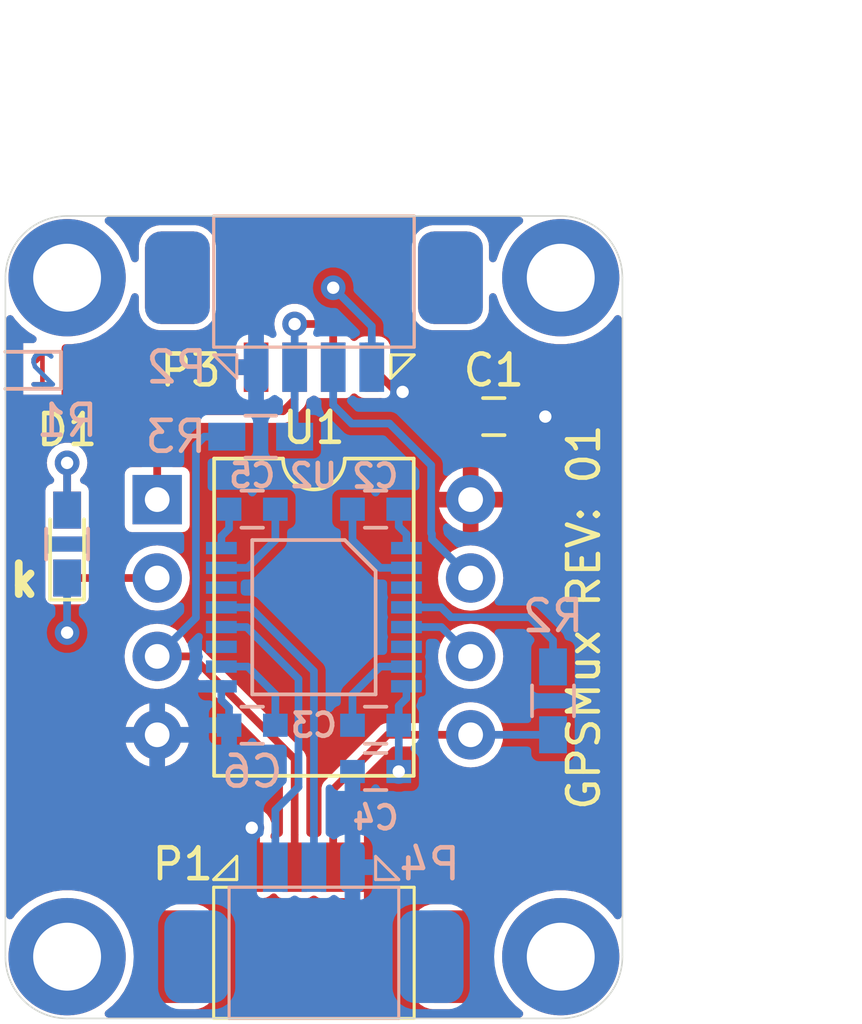
<source format=kicad_pcb>
(kicad_pcb (version 20240108) (generator "pcbnew") (generator_version "8.0")
  (title_block (title "GPSMux") (date "2021-05-12") (rev "01") (company "TuX's Design"))
  (layers (0 "F.Cu" signal) (31 "B.Cu" signal) (34 "B.Paste" user) (35 "F.Paste" user) (36 "B.SilkS" user "B.Silkscreen") (37 "F.SilkS" user "F.Silkscreen") (38 "B.Mask" user) (39 "F.Mask" user) (44 "Edge.Cuts" user))
  (net 0 "")
  (net 1 "GND")
  (net 2 "+3.3V")
  (net 3 "Net-(C2-Pad2)")
  (net 4 "Net-(C2-Pad1)")
  (net 5 "Net-(C3-Pad1)")
  (net 6 "Net-(C5-Pad1)")
  (net 7 "Net-(C5-Pad2)")
  (net 8 "Net-(C6-Pad2)")
  (net 9 "Net-(D1-Pad2)")
  (net 10 "Net-(D1-Pad1)")
  (net 11 "I2C_SCL")
  (net 12 "I2C_SDA")
  (net 13 "RX1")
  (net 14 "RX2")
  (net 15 "TX")
  (net 16 "TX_232")
  (net 17 "RX_232")
  (net 18 "RX")
  (net 19 "TX_GPS")
  (footprint "molex:53261-0471" (layer "F.Cu") (at 133 64 180)
    (property "Reference" "P1" (at 4.25 3 180) (layer "F.SilkS"))
    (property "Value" "ICSP")
    (fp_line (start 3.25 2.25) (end -3.25 2.25) (stroke (width 0.1)) (layer "F.SilkS"))
    (fp_line (start 3.25 -2) (end 3.25 2.25) (stroke (width 0.1)) (layer "F.SilkS"))
    (fp_line (start 2.5 3.25) (end 3.25 2.5) (stroke (width 0.1)) (layer "F.SilkS"))
    (fp_line (start 2.5 2.5) (end 3.25 2.5) (stroke (width 0.1)) (layer "F.SilkS"))
    (fp_line (start 2.5 2.5) (end 2.5 3.25) (stroke (width 0.1)) (layer "F.SilkS"))
    (fp_line (start -3.25 2.25) (end -3.25 -2) (stroke (width 0.1)) (layer "F.SilkS"))
    (fp_line (start -3.25 -2) (end 3.25 -2) (stroke (width 0.1)) (layer "F.SilkS"))
    (pad "" connect roundrect (at -4.425 0 180) (size 2.1 3) (layers "F.Cu" "F.Mask"))
    (pad "" connect roundrect (at 4.425 0 180) (size 2.1 3) (layers "F.Cu" "F.Mask"))
    (pad "1" connect roundrect (at 1.875 2.9 180) (size 0.8 1.6) (layers "F.Cu" "F.Mask") (net 1 "GND"))
    (pad "2" connect rect (at 0.625 2.9 180) (size 0.8 1.6) (layers "F.Cu" "F.Mask") (net 11 "I2C_SCL"))
    (pad "3" connect rect (at -0.625 2.9 180) (size 0.8 1.6) (layers "F.Cu" "F.Mask") (net 12 "I2C_SDA"))
    (pad "4" connect rect (at -1.875 2.9 180) (size 0.8 1.6) (layers "F.Cu" "F.Mask") (net 2 "+3.3V"))
  )
  (footprint "LEDs:LED_0603_HandSoldering" (layer "F.Cu") (at 125 50.63 90)
    (property "Reference" "D1" (at 3.7 0 0) (layer "F.SilkS"))
    (property "Value" " LY Q396 " (hide yes))
    (fp_line (start -1.8 -0.55) (end 0.8 -0.55) (stroke (width 0.12)) (layer "F.SilkS"))
    (fp_line (start -1.8 -0.55) (end -1.8 0.55) (stroke (width 0.12)) (layer "F.SilkS"))
    (fp_line (start -1.8 0.55) (end 0.8 0.55) (stroke (width 0.12)) (layer "F.SilkS"))
    (pad "1" smd rect (at -1.1 0 90) (size 1.2 0.9) (layers "F.Cu" "F.Paste" "F.Mask") (net 10 "Net-(D1-Pad1)"))
    (pad "2" smd rect (at 1.1 0 90) (size 1.2 0.9) (layers "F.Cu" "F.Paste" "F.Mask") (net 9 "Net-(D1-Pad2)"))
  )
  (footprint "Housings_DIP:DIP-8_W10.16mm" (layer "F.Cu") (at 133 53)
    (property "Reference" "U1" (at 0 -6.14 0) (layer "F.SilkS"))
    (property "Value" "CY8C27143-24PXI" (hide yes))
    (fp_line (start -3.235 -5.14) (end -3.235 5.14) (stroke (width 0.12)) (layer "F.SilkS"))
    (fp_line (start -3.235 5.14) (end 3.235 5.14) (stroke (width 0.12)) (layer "F.SilkS"))
    (fp_line (start -1 -5.14) (end -3.235 -5.14) (stroke (width 0.12)) (layer "F.SilkS"))
    (fp_line (start 3.235 -5.14) (end 1 -5.14) (stroke (width 0.12)) (layer "F.SilkS"))
    (fp_line (start 3.235 5.14) (end 3.235 -5.14) (stroke (width 0.12)) (layer "F.SilkS"))
    (fp_arc (start 1 -5.14) (mid 0 -4.14) (end -1 -5.14) (stroke (width 0.12)) (layer "F.SilkS"))
    (pad "1" thru_hole rect (at -5.08 -3.81) (size 1.6 1.6) (drill 0.8) (layers "*.Cu" "*.Mask") (net 14 "RX2"))
    (pad "2" thru_hole oval (at -5.08 -1.27) (size 1.6 1.6) (drill 0.8) (layers "*.Cu" "*.Mask") (net 10 "Net-(D1-Pad1)"))
    (pad "3" thru_hole oval (at -5.08 1.27) (size 1.6 1.6) (drill 0.8) (layers "*.Cu" "*.Mask") (net 11 "I2C_SCL"))
    (pad "4" thru_hole oval (at -5.08 3.81) (size 1.6 1.6) (drill 0.8) (layers "*.Cu" "*.Mask") (net 1 "GND"))
    (pad "5" thru_hole oval (at 5.08 3.81) (size 1.6 1.6) (drill 0.8) (layers "*.Cu" "*.Mask") (net 12 "I2C_SDA"))
    (pad "6" thru_hole oval (at 5.08 1.27) (size 1.6 1.6) (drill 0.8) (layers "*.Cu" "*.Mask") (net 15 "TX"))
    (pad "7" thru_hole oval (at 5.08 -1.27) (size 1.6 1.6) (drill 0.8) (layers "*.Cu" "*.Mask") (net 13 "RX1"))
    (pad "8" thru_hole oval (at 5.08 -3.81) (size 1.6 1.6) (drill 0.8) (layers "*.Cu" "*.Mask") (net 2 "+3.3V"))
  )
  (footprint "Mounting_Holes:MountingHole_2.2mm_M2_DIN965_Pad" (layer "F.Cu") (at 125 64)
    (property "Reference" "REF**" (hide yes))
    (property "Value" "MountingHole_2.2mm_M2_DIN965_Pad" (hide yes))
    (pad "1" thru_hole circle (at 0 0) (size 3.8 3.8) (drill 2.2) (layers "*.Cu" "*.Mask"))
  )
  (footprint "Mounting_Holes:MountingHole_2.2mm_M2_DIN965_Pad" (layer "F.Cu") (at 141 64)
    (property "Reference" "REF**" (hide yes))
    (property "Value" "MountingHole_2.2mm_M2_DIN965_Pad" (hide yes))
    (pad "1" thru_hole circle (at 0 0) (size 3.8 3.8) (drill 2.2) (layers "*.Cu" "*.Mask"))
  )
  (footprint "Mounting_Holes:MountingHole_2.2mm_M2_DIN965_Pad" (layer "F.Cu") (at 141 42)
    (property "Reference" "REF**" (hide yes))
    (property "Value" "MountingHole_2.2mm_M2_DIN965_Pad" (hide yes))
    (pad "1" thru_hole circle (at 0 0) (size 3.8 3.8) (drill 2.2) (layers "*.Cu" "*.Mask"))
  )
  (footprint "Mounting_Holes:MountingHole_2.2mm_M2_DIN965_Pad" (layer "F.Cu") (at 125 42)
    (property "Reference" "REF**" (hide yes))
    (property "Value" "MountingHole_2.2mm_M2_DIN965_Pad" (hide yes))
    (pad "1" thru_hole circle (at 0 0) (size 3.8 3.8) (drill 2.2) (layers "*.Cu" "*.Mask"))
  )
  (footprint "Capacitors_SMD:C_0603" (layer "F.Cu") (at 138.83 46.5)
    (property "Reference" "C1" (at 0 -1.5 0) (layer "F.SilkS"))
    (property "Value" "100nF" (hide yes))
    (fp_line (start -0.35 -0.6) (end 0.35 -0.6) (stroke (width 0.12)) (layer "F.SilkS"))
    (fp_line (start 0.35 0.6) (end -0.35 0.6) (stroke (width 0.12)) (layer "F.SilkS"))
    (pad "1" smd rect (at -0.75 0) (size 0.8 0.75) (layers "F.Cu" "F.Paste" "F.Mask") (net 2 "+3.3V"))
    (pad "2" smd rect (at 0.75 0) (size 0.8 0.75) (layers "F.Cu" "F.Paste" "F.Mask") (net 1 "GND"))
  )
  (footprint "molex:53261-0471" (layer "F.Cu") (at 133 42)
    (property "Reference" "P3" (at -4 3 0) (layer "F.SilkS"))
    (property "Value" "GPS2")
    (fp_line (start -3.25 -2) (end 3.25 -2) (stroke (width 0.1)) (layer "F.SilkS"))
    (fp_line (start -3.25 2.25) (end -3.25 -2) (stroke (width 0.1)) (layer "F.SilkS"))
    (fp_line (start 2.5 2.5) (end 2.5 3.25) (stroke (width 0.1)) (layer "F.SilkS"))
    (fp_line (start 2.5 2.5) (end 3.25 2.5) (stroke (width 0.1)) (layer "F.SilkS"))
    (fp_line (start 2.5 3.25) (end 3.25 2.5) (stroke (width 0.1)) (layer "F.SilkS"))
    (fp_line (start 3.25 -2) (end 3.25 2.25) (stroke (width 0.1)) (layer "F.SilkS"))
    (fp_line (start 3.25 2.25) (end -3.25 2.25) (stroke (width 0.1)) (layer "F.SilkS"))
    (pad "" connect roundrect (at -4.425 0) (size 2.1 3) (layers "F.Cu" "F.Mask"))
    (pad "" connect roundrect (at 4.425 0) (size 2.1 3) (layers "F.Cu" "F.Mask"))
    (pad "1" connect roundrect (at 1.875 2.9) (size 0.8 1.6) (layers "F.Cu" "F.Mask") (net 1 "GND"))
    (pad "2" connect rect (at 0.625 2.9) (size 0.8 1.6) (layers "F.Cu" "F.Mask") (net 19 "TX_GPS"))
    (pad "3" connect rect (at -0.625 2.9) (size 0.8 1.6) (layers "F.Cu" "F.Mask") (net 14 "RX2"))
    (pad "4" connect rect (at -1.875 2.9) (size 0.8 1.6) (layers "F.Cu" "F.Mask") (net 2 "+3.3V"))
  )
  (footprint "analog:QSOP16" (layer "B.Cu") (at 133 53 -90)
    (property "Reference" "U2" (at -4.5876 0.0183 180) (layer "B.SilkS") (effects (font (size 0.75 0.75)) (justify mirror)))
    (property "Value" "ADM3101EARQZ " (hide yes))
    (fp_line (start -2.5 2) (end 2.5 2) (stroke (width 0.12)) (layer "B.SilkS"))
    (fp_line (start 2.5 2) (end 2.5 -2) (stroke (width 0.12)) (layer "B.SilkS"))
    (fp_line (start -2.5 -1) (end -2.5 2) (stroke (width 0.12)) (layer "B.SilkS"))
    (fp_line (start -1.5 -2) (end -2.5 -1) (stroke (width 0.12)) (layer "B.SilkS"))
    (fp_line (start 2.5 -2) (end -1.5 -2) (stroke (width 0.12)) (layer "B.SilkS"))
    (pad "1" smd rect (at -2.24 -3 270) (size 0.4 1) (layers "B.Cu" "B.Paste" "B.Mask") (net 4 "Net-(C2-Pad1)"))
    (pad "2" smd rect (at -1.6 -3 270) (size 0.4 1) (layers "B.Cu" "B.Paste" "B.Mask") (net 3 "Net-(C2-Pad2)"))
    (pad "3" smd rect (at -0.96 -3 270) (size 0.4 1) (layers "B.Cu" "B.Paste" "B.Mask"))
    (pad "4" smd rect (at -0.32 -3 270) (size 0.4 1) (layers "B.Cu" "B.Paste" "B.Mask") (net 18 "RX"))
    (pad "5" smd rect (at 0.32 -3 270) (size 0.4 1) (layers "B.Cu" "B.Paste" "B.Mask") (net 15 "TX"))
    (pad "6" smd rect (at 0.96 -3 270) (size 0.4 1) (layers "B.Cu" "B.Paste" "B.Mask"))
    (pad "7" smd rect (at 1.6 -3 270) (size 0.4 1) (layers "B.Cu" "B.Paste" "B.Mask") (net 5 "Net-(C3-Pad1)"))
    (pad "8" smd rect (at 2.24 -3 270) (size 0.4 1) (layers "B.Cu" "B.Paste" "B.Mask") (net 2 "+3.3V"))
    (pad "9" smd rect (at 2.24 3 270) (size 0.4 1) (layers "B.Cu" "B.Paste" "B.Mask") (net 1 "GND"))
    (pad "10" smd rect (at 1.6 3 270) (size 0.4 1) (layers "B.Cu" "B.Paste" "B.Mask") (net 8 "Net-(C6-Pad2)"))
    (pad "11" smd rect (at 0.96 3 270) (size 0.4 1) (layers "B.Cu" "B.Paste" "B.Mask"))
    (pad "12" smd rect (at 0.32 3 270) (size 0.4 1) (layers "B.Cu" "B.Paste" "B.Mask") (net 16 "TX_232"))
    (pad "13" smd rect (at -0.32 3 270) (size 0.4 1) (layers "B.Cu" "B.Paste" "B.Mask") (net 17 "RX_232"))
    (pad "14" smd rect (at -0.96 3 270) (size 0.4 1) (layers "B.Cu" "B.Paste" "B.Mask"))
    (pad "15" smd rect (at -1.6 3 270) (size 0.4 1) (layers "B.Cu" "B.Paste" "B.Mask") (net 7 "Net-(C5-Pad2)"))
    (pad "16" smd rect (at -2.24 3 270) (size 0.4 1) (layers "B.Cu" "B.Paste" "B.Mask") (net 6 "Net-(C5-Pad1)"))
  )
  (footprint "Capacitors_SMD:C_0603" (layer "B.Cu") (at 135 49.5 180)
    (property "Reference" "C2" (at 0.0117 1.0749 0) (layer "B.SilkS") (effects (font (size 0.75 0.75)) (justify mirror)))
    (property "Value" "100nF" (hide yes))
    (fp_line (start 0.35 -0.6) (end -0.35 -0.6) (stroke (width 0.12)) (layer "B.SilkS"))
    (fp_line (start -0.35 0.6) (end 0.35 0.6) (stroke (width 0.12)) (layer "B.SilkS"))
    (pad "1" smd rect (at -0.75 0 180) (size 0.8 0.75) (layers "B.Cu" "B.Paste" "B.Mask") (net 4 "Net-(C2-Pad1)"))
    (pad "2" smd rect (at 0.75 0 180) (size 0.8 0.75) (layers "B.Cu" "B.Paste" "B.Mask") (net 3 "Net-(C2-Pad2)"))
  )
  (footprint "Capacitors_SMD:C_0603" (layer "B.Cu") (at 131 49.5)
    (property "Reference" "C5" (at 0 -1.0876 0) (layer "B.SilkS") (effects (font (size 0.75 0.75)) (justify mirror)))
    (property "Value" "100nF" (hide yes))
    (fp_line (start -0.35 0.6) (end 0.35 0.6) (stroke (width 0.12)) (layer "B.SilkS"))
    (fp_line (start 0.35 -0.6) (end -0.35 -0.6) (stroke (width 0.12)) (layer "B.SilkS"))
    (pad "1" smd rect (at -0.75 0) (size 0.8 0.75) (layers "B.Cu" "B.Paste" "B.Mask") (net 6 "Net-(C5-Pad1)"))
    (pad "2" smd rect (at 0.75 0) (size 0.8 0.75) (layers "B.Cu" "B.Paste" "B.Mask") (net 7 "Net-(C5-Pad2)"))
  )
  (footprint "Capacitors_SMD:C_0603" (layer "B.Cu") (at 131 56.5)
    (property "Reference" "C6" (at 0 1.5 0) (layer "B.SilkS") (effects (justify mirror)))
    (property "Value" "100nF" (hide yes))
    (fp_line (start -0.35 0.6) (end 0.35 0.6) (stroke (width 0.12)) (layer "B.SilkS"))
    (fp_line (start 0.35 -0.6) (end -0.35 -0.6) (stroke (width 0.12)) (layer "B.SilkS"))
    (pad "1" smd rect (at -0.75 0) (size 0.8 0.75) (layers "B.Cu" "B.Paste" "B.Mask") (net 1 "GND"))
    (pad "2" smd rect (at 0.75 0) (size 0.8 0.75) (layers "B.Cu" "B.Paste" "B.Mask") (net 8 "Net-(C6-Pad2)"))
  )
  (footprint "Capacitors_SMD:C_0603" (layer "B.Cu") (at 135 56.5)
    (property "Reference" "C3" (at -2 0 0) (layer "B.SilkS") (effects (font (size 0.75 0.75)) (justify mirror)))
    (property "Value" "100nF" (hide yes))
    (fp_line (start -0.35 0.6) (end 0.35 0.6) (stroke (width 0.12)) (layer "B.SilkS"))
    (fp_line (start 0.35 -0.6) (end -0.35 -0.6) (stroke (width 0.12)) (layer "B.SilkS"))
    (pad "1" smd rect (at -0.75 0) (size 0.8 0.75) (layers "B.Cu" "B.Paste" "B.Mask") (net 5 "Net-(C3-Pad1)"))
    (pad "2" smd rect (at 0.75 0) (size 0.8 0.75) (layers "B.Cu" "B.Paste" "B.Mask") (net 2 "+3.3V"))
  )
  (footprint "Capacitors_SMD:C_0603" (layer "B.Cu") (at 135 58 180)
    (property "Reference" "C4" (at 0 -1.5 180) (layer "B.SilkS") (effects (font (size 0.75 0.75)) (justify mirror)))
    (property "Value" "100nF" (hide yes))
    (fp_line (start 0.35 -0.6) (end -0.35 -0.6) (stroke (width 0.12)) (layer "B.SilkS"))
    (fp_line (start -0.35 0.6) (end 0.35 0.6) (stroke (width 0.12)) (layer "B.SilkS"))
    (pad "1" smd rect (at -0.75 0 180) (size 0.8 0.75) (layers "B.Cu" "B.Paste" "B.Mask") (net 2 "+3.3V"))
    (pad "2" smd rect (at 0.75 0 180) (size 0.8 0.75) (layers "B.Cu" "B.Paste" "B.Mask") (net 1 "GND"))
  )
  (footprint "molex:53261-0371" (layer "B.Cu") (at 133 64)
    (property "Reference" "P4" (at 3.75 -3 0) (layer "B.SilkS") (effects (justify mirror)))
    (property "Value" "LLU")
    (fp_line (start -2.75 -2.25) (end 2.75 -2.25) (stroke (width 0.1)) (layer "B.SilkS"))
    (fp_line (start -2.75 2) (end -2.75 -2.25) (stroke (width 0.1)) (layer "B.SilkS"))
    (fp_line (start 2 -3.25) (end 2.75 -2.5) (stroke (width 0.1)) (layer "B.SilkS"))
    (fp_line (start 2 -2.5) (end 2 -3.25) (stroke (width 0.1)) (layer "B.SilkS"))
    (fp_line (start 2.75 -2.5) (end 2 -2.5) (stroke (width 0.1)) (layer "B.SilkS"))
    (fp_line (start 2.75 -2.25) (end 2.75 2) (stroke (width 0.1)) (layer "B.SilkS"))
    (fp_line (start 2.75 2) (end -2.75 2) (stroke (width 0.1)) (layer "B.SilkS"))
    (pad "" connect roundrect (at -3.8 0) (size 2.1 3) (layers "B.Cu" "B.Mask"))
    (pad "" connect roundrect (at 3.8 0) (size 2.1 3) (layers "B.Cu" "B.Mask"))
    (pad "1" smd roundrect (at 1.25 -2.9) (size 0.8 1.6) (layers "B.Cu" "B.Paste" "B.Mask") (net 1 "GND"))
    (pad "2" smd rect (at 0 -2.9) (size 0.8 1.6) (layers "B.Cu" "B.Paste" "B.Mask") (net 17 "RX_232"))
    (pad "3" smd rect (at -1.25 -2.9) (size 0.8 1.6) (layers "B.Cu" "B.Paste" "B.Mask") (net 16 "TX_232"))
  )
  (footprint "Resistors_SMD:R_0603_HandSoldering" (layer "B.Cu") (at 140.75 55.71 90)
    (property "Reference" "R2" (at 2.75 0 180) (layer "B.SilkS") (effects (justify mirror)))
    (property "Value" "0R" (hide yes))
    (fp_line (start 0.5 -0.68) (end -0.5 -0.68) (stroke (width 0.12)) (layer "B.SilkS"))
    (fp_line (start -0.5 0.68) (end 0.5 0.68) (stroke (width 0.12)) (layer "B.SilkS"))
    (pad "1" smd rect (at -1.1 0 90) (size 1.2 0.9) (layers "B.Cu" "B.Paste" "B.Mask") (net 12 "I2C_SDA"))
    (pad "2" smd rect (at 1.1 0 90) (size 1.2 0.9) (layers "B.Cu" "B.Paste" "B.Mask") (net 18 "RX"))
  )
  (footprint "molex:53261-0471" (layer "B.Cu") (at 133 42 180)
    (property "Reference" "P2" (at 4.45 -2.9 0) (layer "B.SilkS") (effects (justify mirror)))
    (property "Value" "GPS1")
    (fp_line (start 3.25 2) (end 3.25 -2.25) (stroke (width 0.1)) (layer "B.SilkS"))
    (fp_line (start 3.25 -2.25) (end -3.25 -2.25) (stroke (width 0.1)) (layer "B.SilkS"))
    (fp_line (start 2.5 -2.5) (end 3.25 -2.5) (stroke (width 0.1)) (layer "B.SilkS"))
    (fp_line (start 2.5 -2.5) (end 2.5 -3.25) (stroke (width 0.1)) (layer "B.SilkS"))
    (fp_line (start 2.5 -3.25) (end 3.25 -2.5) (stroke (width 0.1)) (layer "B.SilkS"))
    (fp_line (start -3.25 2) (end 3.25 2) (stroke (width 0.1)) (layer "B.SilkS"))
    (fp_line (start -3.25 -2.25) (end -3.25 2) (stroke (width 0.1)) (layer "B.SilkS"))
    (pad "" connect roundrect (at -4.425 0 180) (size 2.1 3) (layers "B.Cu" "B.Mask"))
    (pad "" connect roundrect (at 4.425 0 180) (size 2.1 3) (layers "B.Cu" "B.Mask"))
    (pad "1" connect roundrect (at 1.875 -2.9 180) (size 0.8 1.6) (layers "B.Cu" "B.Mask") (net 1 "GND"))
    (pad "2" connect rect (at 0.625 -2.9 180) (size 0.8 1.6) (layers "B.Cu" "B.Mask") (net 19 "TX_GPS"))
    (pad "3" connect rect (at -0.625 -2.9 180) (size 0.8 1.6) (layers "B.Cu" "B.Mask") (net 13 "RX1"))
    (pad "4" connect rect (at -1.875 -2.9 180) (size 0.8 1.6) (layers "B.Cu" "B.Mask") (net 2 "+3.3V"))
  )
  (footprint "Resistors_SMD:R_0603_HandSoldering" (layer "B.Cu") (at 125 50.63 -90)
    (property "Reference" "R1" (at -4 0 0) (layer "B.SilkS") (effects (justify mirror)))
    (property "Value" "120R" (hide yes))
    (fp_line (start -0.5 0.68) (end 0.5 0.68) (stroke (width 0.12)) (layer "B.SilkS"))
    (fp_line (start 0.5 -0.68) (end -0.5 -0.68) (stroke (width 0.12)) (layer "B.SilkS"))
    (pad "1" smd rect (at -1.1 0 270) (size 1.2 0.9) (layers "B.Cu" "B.Paste" "B.Mask") (net 9 "Net-(D1-Pad2)"))
    (pad "2" smd rect (at 1.1 0 270) (size 1.2 0.9) (layers "B.Cu" "B.Paste" "B.Mask") (net 2 "+3.3V"))
  )
  (footprint "Resistors_SMD:R_0603_HandSoldering" (layer "B.Cu") (at 131.275 47.15 180)
    (property "Reference" "R3" (at 2.75 0 0) (layer "B.SilkS") (effects (justify mirror)))
    (property "Value" "0R" (hide yes))
    (fp_line (start 0.5 -0.68) (end -0.5 -0.68) (stroke (width 0.12)) (layer "B.SilkS"))
    (fp_line (start -0.5 0.68) (end 0.5 0.68) (stroke (width 0.12)) (layer "B.SilkS"))
    (pad "1" smd rect (at -1.1 0 180) (size 1.2 0.9) (layers "B.Cu" "B.Paste" "B.Mask") (net 19 "TX_GPS"))
    (pad "2" smd rect (at 1.1 0 180) (size 1.2 0.9) (layers "B.Cu" "B.Paste" "B.Mask") (net 11 "I2C_SCL"))
  )
  (gr_line (start 123 45.6) (end 124.8 45.6) (stroke (width 0.12)) (layer "B.SilkS"))
  (gr_line (start 124.8 45.6) (end 124.8 44.4) (stroke (width 0.12)) (layer "B.SilkS"))
  (gr_line (start 124.8 44.4) (end 123 44.4) (stroke (width 0.12)) (layer "B.SilkS"))
  (gr_line (start 124.8 45.6) (end 124.8 44.4) (stroke (width 0.12)) (layer "F.SilkS"))
  (gr_line (start 124.8 44.4) (end 123 44.4) (stroke (width 0.12)) (layer "F.SilkS"))
  (gr_line (start 123 45.6) (end 124.8 45.6) (stroke (width 0.12)) (layer "F.SilkS"))
  (gr_arc (start 123 42) (mid 123.585786 40.585786) (end 125 40) (stroke (width 0.05)) (layer "Edge.Cuts"))
  (gr_line (start 143 42) (end 143 64) (stroke (width 0.05)) (layer "Edge.Cuts"))
  (gr_arc (start 141 40) (mid 142.414214 40.585786) (end 143 42) (stroke (width 0.05)) (layer "Edge.Cuts"))
  (gr_line (start 141 66) (end 125 66) (stroke (width 0.05)) (layer "Edge.Cuts"))
  (gr_arc (start 143 64) (mid 142.414214 65.414214) (end 141 66) (stroke (width 0.05)) (layer "Edge.Cuts"))
  (gr_line (start 123 64) (end 123 42) (stroke (width 0.05)) (layer "Edge.Cuts"))
  (gr_line (start 125 40) (end 141 40) (stroke (width 0.05)) (layer "Edge.Cuts"))
  (gr_arc (start 125 66) (mid 123.585786 65.414214) (end 123 64) (stroke (width 0.05)) (layer "Edge.Cuts"))
  (gr_text "1" (at 124.2 45 0) (layer "F.Cu") (effects (font (size 1 1))))
  (gr_text "2" (at 124.2 45 0) (layer "B.Cu") (effects (font (size 1 1)) (justify mirror)))
  (gr_text "GPSMux REV: 01" (at 141.75 53 90) (layer "F.SilkS") (effects (font (size 1 1))))
  (gr_text "k" (at 123.6 51.8 0) (layer "F.SilkS") (effects (font (size 1 1) (thickness 0.25))))
  (segment (start 135.875002 45.7) (end 135.675 45.7) (width 0.25) (layer "F.Cu") (net 1))
  (segment (start 135.675 45.7) (end 134.875 44.9) (width 0.25) (layer "F.Cu") (net 1))
  (segment (start 131.125 61.1) (end 131.125 59.962865) (width 0.25) (layer "F.Cu") (net 1))
  (segment (start 139.75 46.5) (end 140.5 46.5) (width 0.25) (layer "F.Cu") (net 1))
  (segment (start 131.125 59.962865) (end 130.985516 59.823381) (width 0.25) (layer "F.Cu") (net 1))
  (via (at 140.5 46.5) (size 0.8) (drill 0.4) (layers "F.Cu" "B.Cu") (net 1))
  (via (at 130.985516 59.823381) (size 0.8) (drill 0.4) (layers "F.Cu" "B.Cu") (net 1))
  (via (at 135.875002 45.7) (size 0.8) (drill 0.4) (layers "F.Cu" "B.Cu") (net 1))
  (segment (start 130.25 55.94) (end 130.25 56.5) (width 0.25) (layer "B.Cu") (net 1))
  (segment (start 130 55.24) (end 130 55.69) (width 0.25) (layer "B.Cu") (net 1))
  (segment (start 130 55.69) (end 130.25 55.94) (width 0.25) (layer "B.Cu") (net 1))
  (segment (start 138.08 48.05863) (end 138.08 46.5) (width 0.25) (layer "F.Cu") (net 2))
  (segment (start 138.08 49.19) (end 138.08 48.05863) (width 0.25) (layer "F.Cu") (net 2))
  (via (at 133.625 42.325) (size 0.8) (drill 0.4) (layers "F.Cu" "B.Cu") (net 2))
  (via (at 125 53.5) (size 0.8) (drill 0.4) (layers "F.Cu" "B.Cu") (net 2))
  (via (at 135.75 58) (size 0.8) (drill 0.4) (layers "F.Cu" "B.Cu") (net 2))
  (segment (start 135.75 58) (end 135.75 56.5) (width 0.25) (layer "B.Cu") (net 2))
  (segment (start 125 53.5) (end 125 51.73) (width 0.25) (layer "B.Cu") (net 2))
  (segment (start 134.875 43.575) (end 133.625 42.325) (width 0.25) (layer "B.Cu") (net 2))
  (segment (start 135.75 55.875) (end 136 55.625) (width 0.25) (layer "B.Cu") (net 2))
  (segment (start 135.75 56.5) (end 135.75 55.875) (width 0.25) (layer "B.Cu") (net 2))
  (segment (start 135.75 58) (end 135.75 58) (width 0.25) (layer "B.Cu") (net 2))
  (segment (start 134.875 44.9) (end 134.875 43.575) (width 0.25) (layer "B.Cu") (net 2))
  (segment (start 136 55.625) (end 136 55.24) (width 0.25) (layer "B.Cu") (net 2))
  (segment (start 135.5 51.4) (end 135.15 51.4) (width 0.25) (layer "B.Cu") (net 3))
  (segment (start 135.15 51.4) (end 134.25 50.5) (width 0.25) (layer "B.Cu") (net 3))
  (segment (start 134.25 50.5) (end 134.25 49.5) (width 0.25) (layer "B.Cu") (net 3))
  (segment (start 136 50.76) (end 136 50.31) (width 0.25) (layer "B.Cu") (net 4))
  (segment (start 136 50.31) (end 135.75 50.06) (width 0.25) (layer "B.Cu") (net 4))
  (segment (start 135.75 50.06) (end 135.75 49.5) (width 0.25) (layer "B.Cu") (net 4))
  (segment (start 135.15 54.6) (end 136 54.6) (width 0.25) (layer "B.Cu") (net 5))
  (segment (start 134.25 56.5) (end 134.25 55.5) (width 0.25) (layer "B.Cu") (net 5))
  (segment (start 134.25 55.5) (end 135.15 54.6) (width 0.25) (layer "B.Cu") (net 5))
  (segment (start 130.25 50.125) (end 130 50.375) (width 0.25) (layer "B.Cu") (net 6))
  (segment (start 130 50.375) (end 130 50.76) (width 0.25) (layer "B.Cu") (net 6))
  (segment (start 130.25 49.5) (end 130.25 50.125) (width 0.25) (layer "B.Cu") (net 6))
  (segment (start 130.85 51.4) (end 130 51.4) (width 0.25) (layer "B.Cu") (net 7))
  (segment (start 131.75 49.5) (end 131.75 50.5) (width 0.25) (layer "B.Cu") (net 7))
  (segment (start 131.75 50.5) (end 130.85 51.4) (width 0.25) (layer "B.Cu") (net 7))
  (segment (start 131.75 55.5) (end 130.85 54.6) (width 0.25) (layer "B.Cu") (net 8))
  (segment (start 131.75 56.5) (end 131.75 55.5) (width 0.25) (layer "B.Cu") (net 8))
  (segment (start 130.85 54.6) (end 130 54.6) (width 0.25) (layer "B.Cu") (net 8))
  (segment (start 125 49.4) (end 125 48.000056) (width 0.25) (layer "F.Cu") (net 9))
  (via (at 125 48.000056) (size 0.8) (drill 0.4) (layers "F.Cu" "B.Cu") (net 9))
  (segment (start 125 48.000056) (end 125 49.53) (width 0.25) (layer "B.Cu") (net 9))
  (segment (start 127.92 51.73) (end 126.23 51.73) (width 0.25) (layer "F.Cu") (net 10))
  (segment (start 126.23 51.73) (end 125 51.73) (width 0.25) (layer "F.Cu") (net 10))
  (segment (start 132.375 60.05) (end 132.375 61.1) (width 0.25) (layer "F.Cu") (net 11))
  (segment (start 127.92 54.27) (end 129.05137 54.27) (width 0.25) (layer "F.Cu") (net 11))
  (segment (start 129.05137 54.27) (end 132.375 57.59363) (width 0.25) (layer "F.Cu") (net 11))
  (segment (start 132.375 57.59363) (end 132.375 60.05) (width 0.25) (layer "F.Cu") (net 11))
  (segment (start 129.174999 53.015001) (end 129.174999 47.425001) (width 0.25) (layer "B.Cu") (net 11))
  (segment (start 129.174999 47.425001) (end 129.45 47.15) (width 0.25) (layer "B.Cu") (net 11))
  (segment (start 129.45 47.15) (end 130.175 47.15) (width 0.25) (layer "B.Cu") (net 11))
  (segment (start 127.92 54.27) (end 129.174999 53.015001) (width 0.25) (layer "B.Cu") (net 11))
  (segment (start 133.625 61.1) (end 133.625 58.575) (width 0.25) (layer "F.Cu") (net 12))
  (segment (start 133.625 58.575) (end 135.39 56.81) (width 0.25) (layer "F.Cu") (net 12))
  (segment (start 135.39 56.81) (end 138.08 56.81) (width 0.25) (layer "F.Cu") (net 12))
  (segment (start 140.75 56.81) (end 140.05 56.81) (width 0.25) (layer "B.Cu") (net 12))
  (segment (start 140.05 56.81) (end 138.08 56.81) (width 0.25) (layer "B.Cu") (net 12))
  (segment (start 136.825001 50.475001) (end 136.825001 50.299999) (width 0.25) (layer "B.Cu") (net 13))
  (segment (start 135.45 46.725) (end 134.225 46.725) (width 0.25) (layer "B.Cu") (net 13))
  (segment (start 133.625 46.125) (end 133.625 44.9) (width 0.25) (layer "B.Cu") (net 13))
  (segment (start 136.825001 50.299999) (end 136.8 50.274998) (width 0.25) (layer "B.Cu") (net 13))
  (segment (start 136.8 50.274998) (end 136.8 48.075) (width 0.25) (layer "B.Cu") (net 13))
  (segment (start 134.225 46.725) (end 133.625 46.125) (width 0.25) (layer "B.Cu") (net 13))
  (segment (start 138.08 51.73) (end 136.825001 50.475001) (width 0.25) (layer "B.Cu") (net 13))
  (segment (start 136.8 48.075) (end 135.45 46.725) (width 0.25) (layer "B.Cu") (net 13))
  (segment (start 129.1 46.325) (end 132 46.325) (width 0.25) (layer "F.Cu") (net 14))
  (segment (start 127.92 49.19) (end 127.92 47.505) (width 0.25) (layer "F.Cu") (net 14))
  (segment (start 127.92 47.505) (end 129.1 46.325) (width 0.25) (layer "F.Cu") (net 14))
  (segment (start 132 46.325) (end 132.375 45.95) (width 0.25) (layer "F.Cu") (net 14))
  (segment (start 132.375 45.95) (end 132.375 44.9) (width 0.25) (layer "F.Cu") (net 14))
  (segment (start 136 53.32) (end 137.13 53.32) (width 0.25) (layer "B.Cu") (net 15))
  (segment (start 137.13 53.32) (end 138.08 54.27) (width 0.25) (layer "B.Cu") (net 15))
  (segment (start 132.375 58.625) (end 132.5 58.5) (width 0.25) (layer "B.Cu") (net 16))
  (segment (start 132.5 55) (end 130.82 53.32) (width 0.25) (layer "B.Cu") (net 16))
  (segment (start 130.82 53.32) (end 130 53.32) (width 0.25) (layer "B.Cu") (net 16))
  (segment (start 131.75 61.1) (end 131.75 59.25) (width 0.25) (layer "B.Cu") (net 16))
  (segment (start 131.75 59.25) (end 132.5 58.5) (width 0.25) (layer "B.Cu") (net 16))
  (segment (start 132.5 58.5) (end 132.5 55) (width 0.25) (layer "B.Cu") (net 16))
  (segment (start 133 54.75) (end 130.93 52.68) (width 0.25) (layer "B.Cu") (net 17))
  (segment (start 130.93 52.68) (end 130 52.68) (width 0.25) (layer "B.Cu") (net 17))
  (segment (start 133 61.1) (end 133 54.75) (width 0.25) (layer "B.Cu") (net 17))
  (segment (start 137.126411 52.68) (end 137.446411 53) (width 0.25) (layer "B.Cu") (net 18))
  (segment (start 140.75 53.75) (end 140.75 54.65) (width 0.25) (layer "B.Cu") (net 18))
  (segment (start 137.446411 53) (end 140 53) (width 0.25) (layer "B.Cu") (net 18))
  (segment (start 140 53) (end 140.75 53.75) (width 0.25) (layer "B.Cu") (net 18))
  (segment (start 136 52.68) (end 137.126411 52.68) (width 0.25) (layer "B.Cu") (net 18))
  (segment (start 133.449998 43.499998) (end 133.625 43.675) (width 0.25) (layer "F.Cu") (net 19))
  (segment (start 133.625 43.675) (end 133.625 44.9) (width 0.25) (layer "F.Cu") (net 19))
  (segment (start 132.375 43.499998) (end 133.449998 43.499998) (width 0.25) (layer "F.Cu") (net 19))
  (via (at 132.375 43.499998) (size 0.8) (drill 0.4) (layers "F.Cu" "B.Cu") (net 19))
  (segment (start 132.375 47.15) (end 132.375 44.9) (width 0.25) (layer "B.Cu") (net 19))
  (segment (start 132.375 44.9) (end 132.375 43.499998) (width 0.25) (layer "B.Cu") (net 19))
  (zone (net 2) (net_name "+3.3V") (layer "F.Cu") (connect_pads (clearance 0.254)) (min_thickness 0.254) (fill yes (thermal_gap 0.254) (thermal_bridge_width 0.508))
    (polygon (pts (xy 123 40) (xy 123 66) (xy 143 66) (xy 143 40)))
  )
  (zone (net 1) (net_name "GND") (layer "B.Cu") (connect_pads (clearance 0.254)) (min_thickness 0.254) (fill yes (thermal_gap 0.254) (thermal_bridge_width 0.508))
    (polygon (pts (xy 123 40) (xy 123 66) (xy 143 66) (xy 143 40)))
  )
)
</source>
